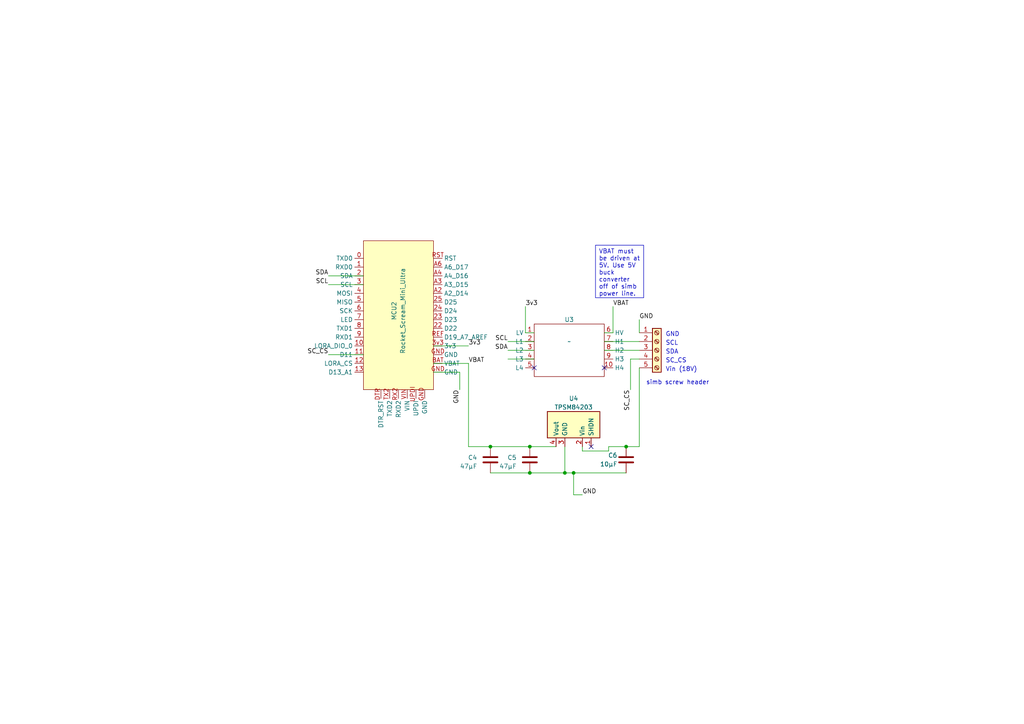
<source format=kicad_sch>
(kicad_sch (version 20230121) (generator eeschema)
  (paper "A4")
  (lib_symbols
    (symbol "Connector:Screw_Terminal_01x05" (pin_names (offset 1.016) hide)
      (property "Reference" "J" (at 0 7.62 0))
      (property "Value" "Screw_Terminal_01x05" (at 0 -7.62 0))
      (symbol "Screw_Terminal_01x05_1_1"
        (rectangle (start -1.27 6.35) (end 1.27 -6.35) (stroke (width 0.254)) (fill (type background)))
        (circle (center 0 -5.08) (radius 0.635) (stroke (width 0.1524)))
        (circle (center 0 -2.54) (radius 0.635) (stroke (width 0.1524)))
        (polyline (pts (xy -0.5334 -4.7498) (xy 0.3302 -5.588)) (stroke (width 0.1524)))
        (polyline (pts (xy -0.5334 -2.2098) (xy 0.3302 -3.048)) (stroke (width 0.1524)))
        (polyline (pts (xy -0.5334 0.3302) (xy 0.3302 -0.508)) (stroke (width 0.1524)))
        (polyline (pts (xy -0.5334 2.8702) (xy 0.3302 2.032)) (stroke (width 0.1524)))
        (polyline (pts (xy -0.5334 5.4102) (xy 0.3302 4.572)) (stroke (width 0.1524)))
        (polyline (pts (xy -0.3556 -4.572) (xy 0.508 -5.4102)) (stroke (width 0.1524)))
        (polyline (pts (xy -0.3556 -2.032) (xy 0.508 -2.8702)) (stroke (width 0.1524)))
        (polyline (pts (xy -0.3556 0.508) (xy 0.508 -0.3302)) (stroke (width 0.1524)))
        (polyline (pts (xy -0.3556 3.048) (xy 0.508 2.2098)) (stroke (width 0.1524)))
        (polyline (pts (xy -0.3556 5.588) (xy 0.508 4.7498)) (stroke (width 0.1524)))
        (circle (center 0 0) (radius 0.635) (stroke (width 0.1524)))
        (circle (center 0 2.54) (radius 0.635) (stroke (width 0.1524)))
        (circle (center 0 5.08) (radius 0.635) (stroke (width 0.1524)))
        (pin passive line (at -5.08 5.08 0) (length 3.81) (name "Pin_1") (number "1"))
        (pin passive line (at -5.08 2.54 0) (length 3.81) (name "Pin_2") (number "2"))
        (pin passive line (at -5.08 0 0) (length 3.81) (name "Pin_3") (number "3"))
        (pin passive line (at -5.08 -2.54 0) (length 3.81) (name "Pin_4") (number "4"))
        (pin passive line (at -5.08 -5.08 0) (length 3.81) (name "Pin_5") (number "5"))
      )
    )
    (symbol "Device:C" (pin_numbers hide) (pin_names (offset 0.254))
      (property "Reference" "C" (at 0.635 2.54 0))
      (property "Value" "C" (at 0.635 -2.54 0))
      (symbol "C_0_1"
        (polyline (pts (xy -2.032 -0.762) (xy 2.032 -0.762)) (stroke (width 0.508)))
        (polyline (pts (xy -2.032 0.762) (xy 2.032 0.762)) (stroke (width 0.508)))
      )
      (symbol "C_1_1"
        (pin passive line (at 0 3.81 270) (length 2.794) (name "~") (number "1"))
        (pin passive line (at 0 -3.81 90) (length 2.794) (name "~") (number "2"))
      )
    )
    (symbol "Logic_LevelTranslator:Pololu_logicLevelShifter"
      (property "Reference" "U" (at 0 0 0))
      (symbol "Pololu_logicLevelShifter_0_1"
        (rectangle (start -10.16 5.08) (end 10.16 -10.16))
      )
      (symbol "Pololu_logicLevelShifter_1_1"
        (pin bidirectional line (at -10.16 2.54 180) (length 2.54) (name "LV") (number "1"))
        (pin bidirectional line (at 10.16 -7.62 0) (length 2.54) (name "H4") (number "10"))
        (pin bidirectional line (at -10.16 0 180) (length 2.54) (name "L1") (number "2"))
        (pin bidirectional line (at -10.16 -2.54 180) (length 2.54) (name "L2") (number "3"))
        (pin bidirectional line (at -10.16 -5.08 180) (length 2.54) (name "L3") (number "4"))
        (pin bidirectional line (at -10.16 -7.62 180) (length 2.54) (name "L4") (number "5"))
        (pin bidirectional line (at 10.16 2.54 0) (length 2.54) (name "HV") (number "6"))
        (pin bidirectional line (at 10.16 0 0) (length 2.54) (name "H1") (number "7"))
        (pin bidirectional line (at 10.16 -2.54 0) (length 2.54) (name "H2") (number "8"))
        (pin bidirectional line (at 10.16 -5.08 0) (length 2.54) (name "H3") (number "9"))
      )
    )
    (symbol "MCU_Module:Rocket_Scream_Mini_Ultra"
      (property "Reference" "MCU" (at 0 0 90))
      (property "Value" "Rocket_Scream_Mini_Ultra" (at 1.27 0 90))
      (symbol "Rocket_Scream_Mini_Ultra_1_1"
        (rectangle (start -10.16 20.32) (end 10.16 -22.86) (fill (type background)))
        (pin output line (at -10.16 15.24 180) (length 2.54) (name "TXD0") (number "0"))
        (pin input line (at -10.16 12.7 180) (length 2.54) (name "RXD0") (number "1"))
        (pin bidirectional line (at -10.16 -10.16 180) (length 2.54) (name "LORA_DIO_0") (number "10"))
        (pin unspecified line (at -10.16 -12.7 180) (length 2.54) (name "D11") (number "11"))
        (pin output line (at -10.16 -15.24 180) (length 2.54) (name "LORA_CS") (number "12"))
        (pin bidirectional line (at -10.16 -17.78 180) (length 2.54) (name "D13_A1") (number "13"))
        (pin bidirectional line (at -10.16 10.16 180) (length 2.54) (name "SDA") (number "2"))
        (pin bidirectional line (at 10.16 -5.08 0) (length 2.54) (name "D22") (number "22"))
        (pin bidirectional line (at 10.16 -2.54 0) (length 2.54) (name "D23") (number "23"))
        (pin bidirectional line (at 10.16 0 0) (length 2.54) (name "D24") (number "24"))
        (pin bidirectional line (at 10.16 2.54 0) (length 2.54) (name "D25") (number "25"))
        (pin output line (at -10.16 7.62 180) (length 2.54) (name "SCL") (number "3"))
        (pin power_out line (at 10.16 -10.16 0) (length 2.54) (name "3v3") (number "3v3"))
        (pin output line (at -10.16 5.08 180) (length 2.54) (name "MOSI") (number "4"))
        (pin input line (at -10.16 2.54 180) (length 2.54) (name "MISO") (number "5"))
        (pin output line (at -10.16 0 180) (length 2.54) (name "SCK") (number "6"))
        (pin bidirectional line (at -10.16 -2.54 180) (length 2.54) (name "LED") (number "7"))
        (pin output line (at -10.16 -5.08 180) (length 2.54) (name "TXD1") (number "8"))
        (pin input line (at -10.16 -7.62 180) (length 2.54) (name "RXD1") (number "9"))
        (pin bidirectional line (at 10.16 5.08 0) (length 2.54) (name "A2_D14") (number "A2"))
        (pin bidirectional line (at 10.16 7.62 0) (length 2.54) (name "A3_D15") (number "A3"))
        (pin bidirectional line (at 10.16 10.16 0) (length 2.54) (name "A4_D16") (number "A4"))
        (pin bidirectional line (at 10.16 12.7 0) (length 2.54) (name "A6_D17") (number "A6"))
        (pin power_out line (at 10.16 -15.24 0) (length 2.54) (name "VBAT") (number "BAT"))
        (pin input line (at -5.08 -22.86 270) (length 2.54) (name "DTR_RST") (number "DTR"))
        (pin power_out line (at 7.62 -22.86 270) (length 2.54) (name "GND") (number "GND"))
        (pin power_out line (at 10.16 -17.78 0) (length 2.54) (name "GND") (number "GND"))
        (pin power_out line (at 10.16 -12.7 0) (length 2.54) (name "GND") (number "GND"))
        (pin bidirectional line (at 10.16 -7.62 0) (length 2.54) (name "D19_A7_AREF") (number "REF"))
        (pin input line (at 10.16 15.24 0) (length 2.54) (name "RST") (number "RST"))
        (pin input line (at 0 -22.86 270) (length 2.54) (name "RXD2") (number "RX2"))
        (pin output line (at -2.54 -22.86 270) (length 2.54) (name "TXD2") (number "TX2"))
        (pin bidirectional line (at 5.08 -22.86 270) (length 2.54) (name "UPDI") (number "UPDI"))
        (pin power_in line (at 2.54 -22.86 270) (length 2.54) (name "VIN") (number "VIN"))
      )
    )
    (symbol "Regulator_Switching:Pololu_D24V5F9"
      (property "Reference" "U" (at 0 0 0))
      (property "Value" "Pololu_D24V5F9" (at 0 5.08 0))
      (symbol "Pololu_D24V5F9_0_1"
        (rectangle (start -7.62 2.54) (end 7.62 -5.08) (stroke (width 0.254)) (fill (type background)))
      )
      (symbol "Pololu_D24V5F9_1_1"
        (pin input line (at -5.08 -7.62 90) (length 2.54) (name "SHDN") (number "1"))
        (pin power_in line (at -2.54 -7.62 90) (length 2.54) (name "Vin") (number "2"))
        (pin power_in line (at 2.54 -7.62 90) (length 2.54) (name "GND") (number "3"))
        (pin power_out line (at 5.08 -7.62 90) (length 2.54) (name "Vout") (number "4"))
      )
    )
  )
  (junction (at 166.37 137.16))
  (junction (at 153.67 137.16))
  (junction (at 181.61 129.54))
  (junction (at 142.24 129.54))
  (junction (at 163.83 137.16))
  (junction (at 153.67 129.54))
  (no_connect (at 175.26 106.68))
  (no_connect (at 171.45 129.54))
  (no_connect (at 154.94 106.68))
  (wire (pts (xy 153.67 137.16) (xy 142.24 137.16)))
  (wire (pts (xy 147.32 104.14) (xy 154.94 104.14)))
  (wire (pts (xy 135.89 105.41) (xy 135.89 129.54)))
  (wire (pts (xy 154.94 96.52) (xy 152.4 96.52)))
  (wire (pts (xy 168.91 130.81) (xy 176.53 130.81)))
  (wire (pts (xy 181.61 129.54) (xy 176.53 129.54)))
  (wire (pts (xy 125.73 100.33) (xy 135.89 100.33)))
  (wire (pts (xy 175.26 96.52) (xy 177.8 96.52)))
  (wire (pts (xy 185.42 104.14) (xy 182.88 104.14)))
  (wire (pts (xy 166.37 137.16) (xy 163.83 137.16)))
  (wire (pts (xy 168.91 129.54) (xy 168.91 130.81)))
  (wire (pts (xy 125.73 105.41) (xy 135.89 105.41)))
  (wire (pts (xy 95.25 80.01) (xy 105.41 80.01)))
  (wire (pts (xy 153.67 129.54) (xy 161.29 129.54)))
  (wire (pts (xy 135.89 129.54) (xy 142.24 129.54)))
  (wire (pts (xy 185.42 129.54) (xy 181.61 129.54)))
  (wire (pts (xy 95.25 102.87) (xy 105.41 102.87)))
  (wire (pts (xy 147.32 101.6) (xy 154.94 101.6)))
  (wire (pts (xy 163.83 129.54) (xy 163.83 137.16)))
  (wire (pts (xy 185.42 106.68) (xy 185.42 129.54)))
  (wire (pts (xy 125.73 107.95) (xy 133.35 107.95)))
  (wire (pts (xy 168.91 143.51) (xy 166.37 143.51)))
  (wire (pts (xy 166.37 137.16) (xy 166.37 143.51)))
  (wire (pts (xy 133.35 107.95) (xy 133.35 113.03)))
  (wire (pts (xy 177.8 88.9) (xy 177.8 96.52)))
  (wire (pts (xy 153.67 129.54) (xy 142.24 129.54)))
  (wire (pts (xy 181.61 137.16) (xy 166.37 137.16)))
  (wire (pts (xy 175.26 99.06) (xy 185.42 99.06)))
  (wire (pts (xy 147.32 99.06) (xy 154.94 99.06)))
  (wire (pts (xy 185.42 92.71) (xy 185.42 96.52)))
  (wire (pts (xy 175.26 101.6) (xy 185.42 101.6)))
  (wire (pts (xy 152.4 88.9) (xy 152.4 96.52)))
  (wire (pts (xy 182.88 104.14) (xy 182.88 113.03)))
  (wire (pts (xy 176.53 130.81) (xy 176.53 129.54)))
  (wire (pts (xy 163.83 137.16) (xy 153.67 137.16)))
  (wire (pts (xy 95.25 82.55) (xy 105.41 82.55)))
  (text_box "VBAT must be driven at 5V. Use 5V buck converter off of simb power line." (at 172.72 71.12 0) (size 13.97 15.24) (effects (font (size 1.27 1.27)) (justify left top)))
  (text "simb screw header" (at 205.74 111.76 0) (effects (font (size 1.27 1.27)) (justify right bottom)))
  (text "SCL" (at 193.04 100.33 0) (effects (font (size 1.27 1.27)) (justify left bottom)))
  (text "SC_CS" (at 193.04 105.41 0) (effects (font (size 1.27 1.27)) (justify left bottom)))
  (text "SDA" (at 193.04 102.87 0) (effects (font (size 1.27 1.27)) (justify left bottom)))
  (text "Vin (18V)" (at 193.04 107.95 0) (effects (font (size 1.27 1.27)) (justify left bottom)))
  (text "GND" (at 193.04 97.79 0) (effects (font (size 1.27 1.27)) (justify left bottom)))
  (label "SC_CS" (at 182.88 113.03 270))
  (label "VBAT" (at 135.89 105.41 0))
  (label "VBAT" (at 177.8 88.9 0))
  (label "SC_CS" (at 95.25 102.87 180))
  (label "GND" (at 185.42 92.71 0))
  (label "3v3" (at 152.4 88.9 0))
  (label "SCL" (at 147.32 99.06 180))
  (label "SCL" (at 95.25 82.55 180))
  (label "GND" (at 133.35 113.03 270))
  (label "3v3" (at 135.89 100.33 0))
  (label "GND" (at 168.91 143.51 0))
  (label "SDA" (at 95.25 80.01 180))
  (label "SDA" (at 147.32 101.6 180))
  (symbol (lib_id "Connector:Screw_Terminal_01x05") (at 190.5 101.6 0) (unit 1)
    (property "Reference" "J2" (effects hide))
    (property "Value" "Screw_Terminal_01x04" (effects hide))
    (property "Footprint" "TerminalBlock_Phoenix:TerminalBlock_Phoenix_MPT-0,5-5-2.54_1x05_P2.54mm_Horizontal" (effects hide))
  )
  (symbol (lib_id "MCU_Module:Rocket_Scream_Mini_Ultra") (at 115.57 90.17 0) (unit 1)
    (property "Reference" "MCU2" (at 114.3 90.17 90))
    (property "Value" "Rocket_Scream_Mini_Ultra" (at 116.84 90.17 90))
    (property "Footprint" "Module:Rocket_Scream_Mini_Ultra" (effects hide))
  )
  (symbol (lib_id "Regulator_Switching:Pololu_D24V5F9") (at 166.37 121.92 0) (mirror y) (unit 1)
    (property "Reference" "U4" (at 166.37 115.57 0))
    (property "Value" "TPSM84203" (at 166.37 118.11 0))
    (property "Footprint" "Converter_DCDC:Pololu_D24V5F9" (effects hide))
    (property "Datasheet" "http://www.tracopower.com/products/tsr1.pdf" (effects hide))
  )
  (symbol (lib_id "Device:C") (at 142.24 133.35 0) (mirror y) (unit 1)
    (property "Reference" "C4" (at 138.43 132.715 0) (effects (justify left)))
    (property "Value" "47µF" (at 138.43 135.255 0) (effects (justify left)))
    (property "Footprint" "Capacitor_THT:CP_Radial_Tantal_D4.5mm_P2.50mm" (effects hide))
  )
  (symbol (lib_id "Logic_LevelTranslator:Pololu_logicLevelShifter") (at 165.1 99.06 0) (unit 1)
    (property "Reference" "U3" (at 165.1 92.71 0))
    (property "Value" "~" (at 165.1 99.06 0))
    (property "Footprint" "Converter_DCDC:Pololu_logicLevelShifter" (effects hide))
  )
  (symbol (lib_id "Device:C") (at 153.67 133.35 0) (mirror y) (unit 1)
    (property "Reference" "C5" (at 149.86 132.715 0) (effects (justify left)))
    (property "Value" "47µF" (at 149.86 135.255 0) (effects (justify left)))
    (property "Footprint" "Capacitor_THT:CP_Radial_Tantal_D4.5mm_P2.50mm" (effects hide))
  )
  (symbol (lib_id "Device:C") (at 181.61 133.35 0) (mirror y) (unit 1)
    (property "Reference" "C6" (at 179.07 132.08 0) (effects (justify left)))
    (property "Value" "10µF" (at 179.07 134.62 0) (effects (justify left)))
    (property "Footprint" "Capacitor_THT:CP_Radial_Tantal_D4.5mm_P2.50mm" (effects hide))
  )
)
</source>
